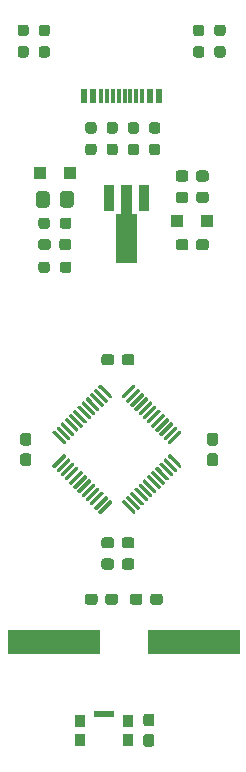
<source format=gtp>
G04 #@! TF.GenerationSoftware,KiCad,Pcbnew,5.1.8+dfsg1-1~bpo10+1*
G04 #@! TF.CreationDate,2020-12-07T14:22:28+08:00*
G04 #@! TF.ProjectId,stm32-io-extend,73746d33-322d-4696-9f2d-657874656e64,rev?*
G04 #@! TF.SameCoordinates,PX7d21b10PY76ffde0*
G04 #@! TF.FileFunction,Paste,Top*
G04 #@! TF.FilePolarity,Positive*
%FSLAX46Y46*%
G04 Gerber Fmt 4.6, Leading zero omitted, Abs format (unit mm)*
G04 Created by KiCad (PCBNEW 5.1.8+dfsg1-1~bpo10+1) date 2020-12-07 14:22:28*
%MOMM*%
%LPD*%
G01*
G04 APERTURE LIST*
%ADD10C,0.100000*%
%ADD11R,0.900000X2.300000*%
%ADD12R,1.000000X1.000000*%
%ADD13R,7.875000X2.000000*%
%ADD14R,1.700000X0.550000*%
%ADD15R,0.900000X1.000000*%
%ADD16R,0.600000X1.160000*%
%ADD17R,0.300000X1.160000*%
G04 APERTURE END LIST*
D10*
G04 #@! TO.C,U1*
G36*
X14833500Y42100000D02*
G01*
X14833500Y46225000D01*
X15250000Y46225000D01*
X15250000Y48700000D01*
X16150000Y48700000D01*
X16150000Y46225000D01*
X16566500Y46225000D01*
X16566500Y42100000D01*
X14833500Y42100000D01*
G37*
D11*
X14200000Y47550000D03*
X17200000Y47550000D03*
G04 #@! TD*
D12*
G04 #@! TO.C,D3*
X20030000Y45610000D03*
X22530000Y45610000D03*
G04 #@! TD*
G04 #@! TO.C,D1*
X10900000Y49650000D03*
X8400000Y49650000D03*
G04 #@! TD*
D13*
G04 #@! TO.C,Y1*
X9562500Y9950000D03*
X21437500Y9950000D03*
G04 #@! TD*
G04 #@! TO.C,U2*
G36*
G01*
X14475736Y21774516D02*
X13538820Y20837600D01*
G75*
G02*
X13432754Y20837600I-53033J53033D01*
G01*
X13326688Y20943666D01*
G75*
G02*
X13326688Y21049732I53033J53033D01*
G01*
X14263604Y21986648D01*
G75*
G02*
X14369670Y21986648I53033J-53033D01*
G01*
X14475736Y21880582D01*
G75*
G02*
X14475736Y21774516I-53033J-53033D01*
G01*
G37*
G36*
G01*
X14122182Y22128070D02*
X13185266Y21191154D01*
G75*
G02*
X13079200Y21191154I-53033J53033D01*
G01*
X12973134Y21297220D01*
G75*
G02*
X12973134Y21403286I53033J53033D01*
G01*
X13910050Y22340202D01*
G75*
G02*
X14016116Y22340202I53033J-53033D01*
G01*
X14122182Y22234136D01*
G75*
G02*
X14122182Y22128070I-53033J-53033D01*
G01*
G37*
G36*
G01*
X13768629Y22481623D02*
X12831713Y21544707D01*
G75*
G02*
X12725647Y21544707I-53033J53033D01*
G01*
X12619581Y21650773D01*
G75*
G02*
X12619581Y21756839I53033J53033D01*
G01*
X13556497Y22693755D01*
G75*
G02*
X13662563Y22693755I53033J-53033D01*
G01*
X13768629Y22587689D01*
G75*
G02*
X13768629Y22481623I-53033J-53033D01*
G01*
G37*
G36*
G01*
X13415075Y22835177D02*
X12478159Y21898261D01*
G75*
G02*
X12372093Y21898261I-53033J53033D01*
G01*
X12266027Y22004327D01*
G75*
G02*
X12266027Y22110393I53033J53033D01*
G01*
X13202943Y23047309D01*
G75*
G02*
X13309009Y23047309I53033J-53033D01*
G01*
X13415075Y22941243D01*
G75*
G02*
X13415075Y22835177I-53033J-53033D01*
G01*
G37*
G36*
G01*
X13061522Y23188730D02*
X12124606Y22251814D01*
G75*
G02*
X12018540Y22251814I-53033J53033D01*
G01*
X11912474Y22357880D01*
G75*
G02*
X11912474Y22463946I53033J53033D01*
G01*
X12849390Y23400862D01*
G75*
G02*
X12955456Y23400862I53033J-53033D01*
G01*
X13061522Y23294796D01*
G75*
G02*
X13061522Y23188730I-53033J-53033D01*
G01*
G37*
G36*
G01*
X12707969Y23542283D02*
X11771053Y22605367D01*
G75*
G02*
X11664987Y22605367I-53033J53033D01*
G01*
X11558921Y22711433D01*
G75*
G02*
X11558921Y22817499I53033J53033D01*
G01*
X12495837Y23754415D01*
G75*
G02*
X12601903Y23754415I53033J-53033D01*
G01*
X12707969Y23648349D01*
G75*
G02*
X12707969Y23542283I-53033J-53033D01*
G01*
G37*
G36*
G01*
X12354415Y23895837D02*
X11417499Y22958921D01*
G75*
G02*
X11311433Y22958921I-53033J53033D01*
G01*
X11205367Y23064987D01*
G75*
G02*
X11205367Y23171053I53033J53033D01*
G01*
X12142283Y24107969D01*
G75*
G02*
X12248349Y24107969I53033J-53033D01*
G01*
X12354415Y24001903D01*
G75*
G02*
X12354415Y23895837I-53033J-53033D01*
G01*
G37*
G36*
G01*
X12000862Y24249390D02*
X11063946Y23312474D01*
G75*
G02*
X10957880Y23312474I-53033J53033D01*
G01*
X10851814Y23418540D01*
G75*
G02*
X10851814Y23524606I53033J53033D01*
G01*
X11788730Y24461522D01*
G75*
G02*
X11894796Y24461522I53033J-53033D01*
G01*
X12000862Y24355456D01*
G75*
G02*
X12000862Y24249390I-53033J-53033D01*
G01*
G37*
G36*
G01*
X11647309Y24602943D02*
X10710393Y23666027D01*
G75*
G02*
X10604327Y23666027I-53033J53033D01*
G01*
X10498261Y23772093D01*
G75*
G02*
X10498261Y23878159I53033J53033D01*
G01*
X11435177Y24815075D01*
G75*
G02*
X11541243Y24815075I53033J-53033D01*
G01*
X11647309Y24709009D01*
G75*
G02*
X11647309Y24602943I-53033J-53033D01*
G01*
G37*
G36*
G01*
X11293755Y24956497D02*
X10356839Y24019581D01*
G75*
G02*
X10250773Y24019581I-53033J53033D01*
G01*
X10144707Y24125647D01*
G75*
G02*
X10144707Y24231713I53033J53033D01*
G01*
X11081623Y25168629D01*
G75*
G02*
X11187689Y25168629I53033J-53033D01*
G01*
X11293755Y25062563D01*
G75*
G02*
X11293755Y24956497I-53033J-53033D01*
G01*
G37*
G36*
G01*
X10940202Y25310050D02*
X10003286Y24373134D01*
G75*
G02*
X9897220Y24373134I-53033J53033D01*
G01*
X9791154Y24479200D01*
G75*
G02*
X9791154Y24585266I53033J53033D01*
G01*
X10728070Y25522182D01*
G75*
G02*
X10834136Y25522182I53033J-53033D01*
G01*
X10940202Y25416116D01*
G75*
G02*
X10940202Y25310050I-53033J-53033D01*
G01*
G37*
G36*
G01*
X10586648Y25663604D02*
X9649732Y24726688D01*
G75*
G02*
X9543666Y24726688I-53033J53033D01*
G01*
X9437600Y24832754D01*
G75*
G02*
X9437600Y24938820I53033J53033D01*
G01*
X10374516Y25875736D01*
G75*
G02*
X10480582Y25875736I53033J-53033D01*
G01*
X10586648Y25769670D01*
G75*
G02*
X10586648Y25663604I-53033J-53033D01*
G01*
G37*
G36*
G01*
X10586648Y26830330D02*
X10480582Y26724264D01*
G75*
G02*
X10374516Y26724264I-53033J53033D01*
G01*
X9437600Y27661180D01*
G75*
G02*
X9437600Y27767246I53033J53033D01*
G01*
X9543666Y27873312D01*
G75*
G02*
X9649732Y27873312I53033J-53033D01*
G01*
X10586648Y26936396D01*
G75*
G02*
X10586648Y26830330I-53033J-53033D01*
G01*
G37*
G36*
G01*
X10940202Y27183884D02*
X10834136Y27077818D01*
G75*
G02*
X10728070Y27077818I-53033J53033D01*
G01*
X9791154Y28014734D01*
G75*
G02*
X9791154Y28120800I53033J53033D01*
G01*
X9897220Y28226866D01*
G75*
G02*
X10003286Y28226866I53033J-53033D01*
G01*
X10940202Y27289950D01*
G75*
G02*
X10940202Y27183884I-53033J-53033D01*
G01*
G37*
G36*
G01*
X11293755Y27537437D02*
X11187689Y27431371D01*
G75*
G02*
X11081623Y27431371I-53033J53033D01*
G01*
X10144707Y28368287D01*
G75*
G02*
X10144707Y28474353I53033J53033D01*
G01*
X10250773Y28580419D01*
G75*
G02*
X10356839Y28580419I53033J-53033D01*
G01*
X11293755Y27643503D01*
G75*
G02*
X11293755Y27537437I-53033J-53033D01*
G01*
G37*
G36*
G01*
X11647309Y27890991D02*
X11541243Y27784925D01*
G75*
G02*
X11435177Y27784925I-53033J53033D01*
G01*
X10498261Y28721841D01*
G75*
G02*
X10498261Y28827907I53033J53033D01*
G01*
X10604327Y28933973D01*
G75*
G02*
X10710393Y28933973I53033J-53033D01*
G01*
X11647309Y27997057D01*
G75*
G02*
X11647309Y27890991I-53033J-53033D01*
G01*
G37*
G36*
G01*
X12000862Y28244544D02*
X11894796Y28138478D01*
G75*
G02*
X11788730Y28138478I-53033J53033D01*
G01*
X10851814Y29075394D01*
G75*
G02*
X10851814Y29181460I53033J53033D01*
G01*
X10957880Y29287526D01*
G75*
G02*
X11063946Y29287526I53033J-53033D01*
G01*
X12000862Y28350610D01*
G75*
G02*
X12000862Y28244544I-53033J-53033D01*
G01*
G37*
G36*
G01*
X12354415Y28598097D02*
X12248349Y28492031D01*
G75*
G02*
X12142283Y28492031I-53033J53033D01*
G01*
X11205367Y29428947D01*
G75*
G02*
X11205367Y29535013I53033J53033D01*
G01*
X11311433Y29641079D01*
G75*
G02*
X11417499Y29641079I53033J-53033D01*
G01*
X12354415Y28704163D01*
G75*
G02*
X12354415Y28598097I-53033J-53033D01*
G01*
G37*
G36*
G01*
X12707969Y28951651D02*
X12601903Y28845585D01*
G75*
G02*
X12495837Y28845585I-53033J53033D01*
G01*
X11558921Y29782501D01*
G75*
G02*
X11558921Y29888567I53033J53033D01*
G01*
X11664987Y29994633D01*
G75*
G02*
X11771053Y29994633I53033J-53033D01*
G01*
X12707969Y29057717D01*
G75*
G02*
X12707969Y28951651I-53033J-53033D01*
G01*
G37*
G36*
G01*
X13061522Y29305204D02*
X12955456Y29199138D01*
G75*
G02*
X12849390Y29199138I-53033J53033D01*
G01*
X11912474Y30136054D01*
G75*
G02*
X11912474Y30242120I53033J53033D01*
G01*
X12018540Y30348186D01*
G75*
G02*
X12124606Y30348186I53033J-53033D01*
G01*
X13061522Y29411270D01*
G75*
G02*
X13061522Y29305204I-53033J-53033D01*
G01*
G37*
G36*
G01*
X13415075Y29658757D02*
X13309009Y29552691D01*
G75*
G02*
X13202943Y29552691I-53033J53033D01*
G01*
X12266027Y30489607D01*
G75*
G02*
X12266027Y30595673I53033J53033D01*
G01*
X12372093Y30701739D01*
G75*
G02*
X12478159Y30701739I53033J-53033D01*
G01*
X13415075Y29764823D01*
G75*
G02*
X13415075Y29658757I-53033J-53033D01*
G01*
G37*
G36*
G01*
X13768629Y30012311D02*
X13662563Y29906245D01*
G75*
G02*
X13556497Y29906245I-53033J53033D01*
G01*
X12619581Y30843161D01*
G75*
G02*
X12619581Y30949227I53033J53033D01*
G01*
X12725647Y31055293D01*
G75*
G02*
X12831713Y31055293I53033J-53033D01*
G01*
X13768629Y30118377D01*
G75*
G02*
X13768629Y30012311I-53033J-53033D01*
G01*
G37*
G36*
G01*
X14122182Y30365864D02*
X14016116Y30259798D01*
G75*
G02*
X13910050Y30259798I-53033J53033D01*
G01*
X12973134Y31196714D01*
G75*
G02*
X12973134Y31302780I53033J53033D01*
G01*
X13079200Y31408846D01*
G75*
G02*
X13185266Y31408846I53033J-53033D01*
G01*
X14122182Y30471930D01*
G75*
G02*
X14122182Y30365864I-53033J-53033D01*
G01*
G37*
G36*
G01*
X14475736Y30719418D02*
X14369670Y30613352D01*
G75*
G02*
X14263604Y30613352I-53033J53033D01*
G01*
X13326688Y31550268D01*
G75*
G02*
X13326688Y31656334I53033J53033D01*
G01*
X13432754Y31762400D01*
G75*
G02*
X13538820Y31762400I53033J-53033D01*
G01*
X14475736Y30825484D01*
G75*
G02*
X14475736Y30719418I-53033J-53033D01*
G01*
G37*
G36*
G01*
X16473312Y31550268D02*
X15536396Y30613352D01*
G75*
G02*
X15430330Y30613352I-53033J53033D01*
G01*
X15324264Y30719418D01*
G75*
G02*
X15324264Y30825484I53033J53033D01*
G01*
X16261180Y31762400D01*
G75*
G02*
X16367246Y31762400I53033J-53033D01*
G01*
X16473312Y31656334D01*
G75*
G02*
X16473312Y31550268I-53033J-53033D01*
G01*
G37*
G36*
G01*
X16826866Y31196714D02*
X15889950Y30259798D01*
G75*
G02*
X15783884Y30259798I-53033J53033D01*
G01*
X15677818Y30365864D01*
G75*
G02*
X15677818Y30471930I53033J53033D01*
G01*
X16614734Y31408846D01*
G75*
G02*
X16720800Y31408846I53033J-53033D01*
G01*
X16826866Y31302780D01*
G75*
G02*
X16826866Y31196714I-53033J-53033D01*
G01*
G37*
G36*
G01*
X17180419Y30843161D02*
X16243503Y29906245D01*
G75*
G02*
X16137437Y29906245I-53033J53033D01*
G01*
X16031371Y30012311D01*
G75*
G02*
X16031371Y30118377I53033J53033D01*
G01*
X16968287Y31055293D01*
G75*
G02*
X17074353Y31055293I53033J-53033D01*
G01*
X17180419Y30949227D01*
G75*
G02*
X17180419Y30843161I-53033J-53033D01*
G01*
G37*
G36*
G01*
X17533973Y30489607D02*
X16597057Y29552691D01*
G75*
G02*
X16490991Y29552691I-53033J53033D01*
G01*
X16384925Y29658757D01*
G75*
G02*
X16384925Y29764823I53033J53033D01*
G01*
X17321841Y30701739D01*
G75*
G02*
X17427907Y30701739I53033J-53033D01*
G01*
X17533973Y30595673D01*
G75*
G02*
X17533973Y30489607I-53033J-53033D01*
G01*
G37*
G36*
G01*
X17887526Y30136054D02*
X16950610Y29199138D01*
G75*
G02*
X16844544Y29199138I-53033J53033D01*
G01*
X16738478Y29305204D01*
G75*
G02*
X16738478Y29411270I53033J53033D01*
G01*
X17675394Y30348186D01*
G75*
G02*
X17781460Y30348186I53033J-53033D01*
G01*
X17887526Y30242120D01*
G75*
G02*
X17887526Y30136054I-53033J-53033D01*
G01*
G37*
G36*
G01*
X18241079Y29782501D02*
X17304163Y28845585D01*
G75*
G02*
X17198097Y28845585I-53033J53033D01*
G01*
X17092031Y28951651D01*
G75*
G02*
X17092031Y29057717I53033J53033D01*
G01*
X18028947Y29994633D01*
G75*
G02*
X18135013Y29994633I53033J-53033D01*
G01*
X18241079Y29888567D01*
G75*
G02*
X18241079Y29782501I-53033J-53033D01*
G01*
G37*
G36*
G01*
X18594633Y29428947D02*
X17657717Y28492031D01*
G75*
G02*
X17551651Y28492031I-53033J53033D01*
G01*
X17445585Y28598097D01*
G75*
G02*
X17445585Y28704163I53033J53033D01*
G01*
X18382501Y29641079D01*
G75*
G02*
X18488567Y29641079I53033J-53033D01*
G01*
X18594633Y29535013D01*
G75*
G02*
X18594633Y29428947I-53033J-53033D01*
G01*
G37*
G36*
G01*
X18948186Y29075394D02*
X18011270Y28138478D01*
G75*
G02*
X17905204Y28138478I-53033J53033D01*
G01*
X17799138Y28244544D01*
G75*
G02*
X17799138Y28350610I53033J53033D01*
G01*
X18736054Y29287526D01*
G75*
G02*
X18842120Y29287526I53033J-53033D01*
G01*
X18948186Y29181460D01*
G75*
G02*
X18948186Y29075394I-53033J-53033D01*
G01*
G37*
G36*
G01*
X19301739Y28721841D02*
X18364823Y27784925D01*
G75*
G02*
X18258757Y27784925I-53033J53033D01*
G01*
X18152691Y27890991D01*
G75*
G02*
X18152691Y27997057I53033J53033D01*
G01*
X19089607Y28933973D01*
G75*
G02*
X19195673Y28933973I53033J-53033D01*
G01*
X19301739Y28827907D01*
G75*
G02*
X19301739Y28721841I-53033J-53033D01*
G01*
G37*
G36*
G01*
X19655293Y28368287D02*
X18718377Y27431371D01*
G75*
G02*
X18612311Y27431371I-53033J53033D01*
G01*
X18506245Y27537437D01*
G75*
G02*
X18506245Y27643503I53033J53033D01*
G01*
X19443161Y28580419D01*
G75*
G02*
X19549227Y28580419I53033J-53033D01*
G01*
X19655293Y28474353D01*
G75*
G02*
X19655293Y28368287I-53033J-53033D01*
G01*
G37*
G36*
G01*
X20008846Y28014734D02*
X19071930Y27077818D01*
G75*
G02*
X18965864Y27077818I-53033J53033D01*
G01*
X18859798Y27183884D01*
G75*
G02*
X18859798Y27289950I53033J53033D01*
G01*
X19796714Y28226866D01*
G75*
G02*
X19902780Y28226866I53033J-53033D01*
G01*
X20008846Y28120800D01*
G75*
G02*
X20008846Y28014734I-53033J-53033D01*
G01*
G37*
G36*
G01*
X20362400Y27661180D02*
X19425484Y26724264D01*
G75*
G02*
X19319418Y26724264I-53033J53033D01*
G01*
X19213352Y26830330D01*
G75*
G02*
X19213352Y26936396I53033J53033D01*
G01*
X20150268Y27873312D01*
G75*
G02*
X20256334Y27873312I53033J-53033D01*
G01*
X20362400Y27767246D01*
G75*
G02*
X20362400Y27661180I-53033J-53033D01*
G01*
G37*
G36*
G01*
X20362400Y24832754D02*
X20256334Y24726688D01*
G75*
G02*
X20150268Y24726688I-53033J53033D01*
G01*
X19213352Y25663604D01*
G75*
G02*
X19213352Y25769670I53033J53033D01*
G01*
X19319418Y25875736D01*
G75*
G02*
X19425484Y25875736I53033J-53033D01*
G01*
X20362400Y24938820D01*
G75*
G02*
X20362400Y24832754I-53033J-53033D01*
G01*
G37*
G36*
G01*
X20008846Y24479200D02*
X19902780Y24373134D01*
G75*
G02*
X19796714Y24373134I-53033J53033D01*
G01*
X18859798Y25310050D01*
G75*
G02*
X18859798Y25416116I53033J53033D01*
G01*
X18965864Y25522182D01*
G75*
G02*
X19071930Y25522182I53033J-53033D01*
G01*
X20008846Y24585266D01*
G75*
G02*
X20008846Y24479200I-53033J-53033D01*
G01*
G37*
G36*
G01*
X19655293Y24125647D02*
X19549227Y24019581D01*
G75*
G02*
X19443161Y24019581I-53033J53033D01*
G01*
X18506245Y24956497D01*
G75*
G02*
X18506245Y25062563I53033J53033D01*
G01*
X18612311Y25168629D01*
G75*
G02*
X18718377Y25168629I53033J-53033D01*
G01*
X19655293Y24231713D01*
G75*
G02*
X19655293Y24125647I-53033J-53033D01*
G01*
G37*
G36*
G01*
X19301739Y23772093D02*
X19195673Y23666027D01*
G75*
G02*
X19089607Y23666027I-53033J53033D01*
G01*
X18152691Y24602943D01*
G75*
G02*
X18152691Y24709009I53033J53033D01*
G01*
X18258757Y24815075D01*
G75*
G02*
X18364823Y24815075I53033J-53033D01*
G01*
X19301739Y23878159D01*
G75*
G02*
X19301739Y23772093I-53033J-53033D01*
G01*
G37*
G36*
G01*
X18948186Y23418540D02*
X18842120Y23312474D01*
G75*
G02*
X18736054Y23312474I-53033J53033D01*
G01*
X17799138Y24249390D01*
G75*
G02*
X17799138Y24355456I53033J53033D01*
G01*
X17905204Y24461522D01*
G75*
G02*
X18011270Y24461522I53033J-53033D01*
G01*
X18948186Y23524606D01*
G75*
G02*
X18948186Y23418540I-53033J-53033D01*
G01*
G37*
G36*
G01*
X18594633Y23064987D02*
X18488567Y22958921D01*
G75*
G02*
X18382501Y22958921I-53033J53033D01*
G01*
X17445585Y23895837D01*
G75*
G02*
X17445585Y24001903I53033J53033D01*
G01*
X17551651Y24107969D01*
G75*
G02*
X17657717Y24107969I53033J-53033D01*
G01*
X18594633Y23171053D01*
G75*
G02*
X18594633Y23064987I-53033J-53033D01*
G01*
G37*
G36*
G01*
X18241079Y22711433D02*
X18135013Y22605367D01*
G75*
G02*
X18028947Y22605367I-53033J53033D01*
G01*
X17092031Y23542283D01*
G75*
G02*
X17092031Y23648349I53033J53033D01*
G01*
X17198097Y23754415D01*
G75*
G02*
X17304163Y23754415I53033J-53033D01*
G01*
X18241079Y22817499D01*
G75*
G02*
X18241079Y22711433I-53033J-53033D01*
G01*
G37*
G36*
G01*
X17887526Y22357880D02*
X17781460Y22251814D01*
G75*
G02*
X17675394Y22251814I-53033J53033D01*
G01*
X16738478Y23188730D01*
G75*
G02*
X16738478Y23294796I53033J53033D01*
G01*
X16844544Y23400862D01*
G75*
G02*
X16950610Y23400862I53033J-53033D01*
G01*
X17887526Y22463946D01*
G75*
G02*
X17887526Y22357880I-53033J-53033D01*
G01*
G37*
G36*
G01*
X17533973Y22004327D02*
X17427907Y21898261D01*
G75*
G02*
X17321841Y21898261I-53033J53033D01*
G01*
X16384925Y22835177D01*
G75*
G02*
X16384925Y22941243I53033J53033D01*
G01*
X16490991Y23047309D01*
G75*
G02*
X16597057Y23047309I53033J-53033D01*
G01*
X17533973Y22110393D01*
G75*
G02*
X17533973Y22004327I-53033J-53033D01*
G01*
G37*
G36*
G01*
X17180419Y21650773D02*
X17074353Y21544707D01*
G75*
G02*
X16968287Y21544707I-53033J53033D01*
G01*
X16031371Y22481623D01*
G75*
G02*
X16031371Y22587689I53033J53033D01*
G01*
X16137437Y22693755D01*
G75*
G02*
X16243503Y22693755I53033J-53033D01*
G01*
X17180419Y21756839D01*
G75*
G02*
X17180419Y21650773I-53033J-53033D01*
G01*
G37*
G36*
G01*
X16826866Y21297220D02*
X16720800Y21191154D01*
G75*
G02*
X16614734Y21191154I-53033J53033D01*
G01*
X15677818Y22128070D01*
G75*
G02*
X15677818Y22234136I53033J53033D01*
G01*
X15783884Y22340202D01*
G75*
G02*
X15889950Y22340202I53033J-53033D01*
G01*
X16826866Y21403286D01*
G75*
G02*
X16826866Y21297220I-53033J-53033D01*
G01*
G37*
G36*
G01*
X16473312Y20943666D02*
X16367246Y20837600D01*
G75*
G02*
X16261180Y20837600I-53033J53033D01*
G01*
X15324264Y21774516D01*
G75*
G02*
X15324264Y21880582I53033J53033D01*
G01*
X15430330Y21986648D01*
G75*
G02*
X15536396Y21986648I53033J-53033D01*
G01*
X16473312Y21049732D01*
G75*
G02*
X16473312Y20943666I-53033J-53033D01*
G01*
G37*
G04 #@! TD*
D14*
G04 #@! TO.C,SW1*
X13800000Y3925000D03*
D15*
X11750000Y3300000D03*
X11750000Y1700000D03*
X15850000Y3300000D03*
X15850000Y1700000D03*
G04 #@! TD*
G04 #@! TO.C,R10*
G36*
G01*
X10075000Y41472500D02*
X10075000Y41947500D01*
G75*
G02*
X10312500Y42185000I237500J0D01*
G01*
X10812500Y42185000D01*
G75*
G02*
X11050000Y41947500I0J-237500D01*
G01*
X11050000Y41472500D01*
G75*
G02*
X10812500Y41235000I-237500J0D01*
G01*
X10312500Y41235000D01*
G75*
G02*
X10075000Y41472500I0J237500D01*
G01*
G37*
G36*
G01*
X8250000Y41472500D02*
X8250000Y41947500D01*
G75*
G02*
X8487500Y42185000I237500J0D01*
G01*
X8987500Y42185000D01*
G75*
G02*
X9225000Y41947500I0J-237500D01*
G01*
X9225000Y41472500D01*
G75*
G02*
X8987500Y41235000I-237500J0D01*
G01*
X8487500Y41235000D01*
G75*
G02*
X8250000Y41472500I0J237500D01*
G01*
G37*
G04 #@! TD*
G04 #@! TO.C,R9*
G36*
G01*
X21582500Y60435000D02*
X22057500Y60435000D01*
G75*
G02*
X22295000Y60197500I0J-237500D01*
G01*
X22295000Y59697500D01*
G75*
G02*
X22057500Y59460000I-237500J0D01*
G01*
X21582500Y59460000D01*
G75*
G02*
X21345000Y59697500I0J237500D01*
G01*
X21345000Y60197500D01*
G75*
G02*
X21582500Y60435000I237500J0D01*
G01*
G37*
G36*
G01*
X21582500Y62260000D02*
X22057500Y62260000D01*
G75*
G02*
X22295000Y62022500I0J-237500D01*
G01*
X22295000Y61522500D01*
G75*
G02*
X22057500Y61285000I-237500J0D01*
G01*
X21582500Y61285000D01*
G75*
G02*
X21345000Y61522500I0J237500D01*
G01*
X21345000Y62022500D01*
G75*
G02*
X21582500Y62260000I237500J0D01*
G01*
G37*
G04 #@! TD*
G04 #@! TO.C,R8*
G36*
G01*
X23382500Y60435000D02*
X23857500Y60435000D01*
G75*
G02*
X24095000Y60197500I0J-237500D01*
G01*
X24095000Y59697500D01*
G75*
G02*
X23857500Y59460000I-237500J0D01*
G01*
X23382500Y59460000D01*
G75*
G02*
X23145000Y59697500I0J237500D01*
G01*
X23145000Y60197500D01*
G75*
G02*
X23382500Y60435000I237500J0D01*
G01*
G37*
G36*
G01*
X23382500Y62260000D02*
X23857500Y62260000D01*
G75*
G02*
X24095000Y62022500I0J-237500D01*
G01*
X24095000Y61522500D01*
G75*
G02*
X23857500Y61285000I-237500J0D01*
G01*
X23382500Y61285000D01*
G75*
G02*
X23145000Y61522500I0J237500D01*
G01*
X23145000Y62022500D01*
G75*
G02*
X23382500Y62260000I237500J0D01*
G01*
G37*
G04 #@! TD*
G04 #@! TO.C,R7*
G36*
G01*
X8997500Y61285000D02*
X8522500Y61285000D01*
G75*
G02*
X8285000Y61522500I0J237500D01*
G01*
X8285000Y62022500D01*
G75*
G02*
X8522500Y62260000I237500J0D01*
G01*
X8997500Y62260000D01*
G75*
G02*
X9235000Y62022500I0J-237500D01*
G01*
X9235000Y61522500D01*
G75*
G02*
X8997500Y61285000I-237500J0D01*
G01*
G37*
G36*
G01*
X8997500Y59460000D02*
X8522500Y59460000D01*
G75*
G02*
X8285000Y59697500I0J237500D01*
G01*
X8285000Y60197500D01*
G75*
G02*
X8522500Y60435000I237500J0D01*
G01*
X8997500Y60435000D01*
G75*
G02*
X9235000Y60197500I0J-237500D01*
G01*
X9235000Y59697500D01*
G75*
G02*
X8997500Y59460000I-237500J0D01*
G01*
G37*
G04 #@! TD*
G04 #@! TO.C,R6*
G36*
G01*
X6722500Y60435000D02*
X7197500Y60435000D01*
G75*
G02*
X7435000Y60197500I0J-237500D01*
G01*
X7435000Y59697500D01*
G75*
G02*
X7197500Y59460000I-237500J0D01*
G01*
X6722500Y59460000D01*
G75*
G02*
X6485000Y59697500I0J237500D01*
G01*
X6485000Y60197500D01*
G75*
G02*
X6722500Y60435000I237500J0D01*
G01*
G37*
G36*
G01*
X6722500Y62260000D02*
X7197500Y62260000D01*
G75*
G02*
X7435000Y62022500I0J-237500D01*
G01*
X7435000Y61522500D01*
G75*
G02*
X7197500Y61285000I-237500J0D01*
G01*
X6722500Y61285000D01*
G75*
G02*
X6485000Y61522500I0J237500D01*
G01*
X6485000Y62022500D01*
G75*
G02*
X6722500Y62260000I237500J0D01*
G01*
G37*
G04 #@! TD*
G04 #@! TO.C,R5*
G36*
G01*
X9225000Y45667500D02*
X9225000Y45192500D01*
G75*
G02*
X8987500Y44955000I-237500J0D01*
G01*
X8487500Y44955000D01*
G75*
G02*
X8250000Y45192500I0J237500D01*
G01*
X8250000Y45667500D01*
G75*
G02*
X8487500Y45905000I237500J0D01*
G01*
X8987500Y45905000D01*
G75*
G02*
X9225000Y45667500I0J-237500D01*
G01*
G37*
G36*
G01*
X11050000Y45667500D02*
X11050000Y45192500D01*
G75*
G02*
X10812500Y44955000I-237500J0D01*
G01*
X10312500Y44955000D01*
G75*
G02*
X10075000Y45192500I0J237500D01*
G01*
X10075000Y45667500D01*
G75*
G02*
X10312500Y45905000I237500J0D01*
G01*
X10812500Y45905000D01*
G75*
G02*
X11050000Y45667500I0J-237500D01*
G01*
G37*
G04 #@! TD*
G04 #@! TO.C,R4*
G36*
G01*
X14737500Y53025000D02*
X14262500Y53025000D01*
G75*
G02*
X14025000Y53262500I0J237500D01*
G01*
X14025000Y53762500D01*
G75*
G02*
X14262500Y54000000I237500J0D01*
G01*
X14737500Y54000000D01*
G75*
G02*
X14975000Y53762500I0J-237500D01*
G01*
X14975000Y53262500D01*
G75*
G02*
X14737500Y53025000I-237500J0D01*
G01*
G37*
G36*
G01*
X14737500Y51200000D02*
X14262500Y51200000D01*
G75*
G02*
X14025000Y51437500I0J237500D01*
G01*
X14025000Y51937500D01*
G75*
G02*
X14262500Y52175000I237500J0D01*
G01*
X14737500Y52175000D01*
G75*
G02*
X14975000Y51937500I0J-237500D01*
G01*
X14975000Y51437500D01*
G75*
G02*
X14737500Y51200000I-237500J0D01*
G01*
G37*
G04 #@! TD*
G04 #@! TO.C,R3*
G36*
G01*
X16537500Y53025000D02*
X16062500Y53025000D01*
G75*
G02*
X15825000Y53262500I0J237500D01*
G01*
X15825000Y53762500D01*
G75*
G02*
X16062500Y54000000I237500J0D01*
G01*
X16537500Y54000000D01*
G75*
G02*
X16775000Y53762500I0J-237500D01*
G01*
X16775000Y53262500D01*
G75*
G02*
X16537500Y53025000I-237500J0D01*
G01*
G37*
G36*
G01*
X16537500Y51200000D02*
X16062500Y51200000D01*
G75*
G02*
X15825000Y51437500I0J237500D01*
G01*
X15825000Y51937500D01*
G75*
G02*
X16062500Y52175000I237500J0D01*
G01*
X16537500Y52175000D01*
G75*
G02*
X16775000Y51937500I0J-237500D01*
G01*
X16775000Y51437500D01*
G75*
G02*
X16537500Y51200000I-237500J0D01*
G01*
G37*
G04 #@! TD*
G04 #@! TO.C,R2*
G36*
G01*
X12462500Y52175000D02*
X12937500Y52175000D01*
G75*
G02*
X13175000Y51937500I0J-237500D01*
G01*
X13175000Y51437500D01*
G75*
G02*
X12937500Y51200000I-237500J0D01*
G01*
X12462500Y51200000D01*
G75*
G02*
X12225000Y51437500I0J237500D01*
G01*
X12225000Y51937500D01*
G75*
G02*
X12462500Y52175000I237500J0D01*
G01*
G37*
G36*
G01*
X12462500Y54000000D02*
X12937500Y54000000D01*
G75*
G02*
X13175000Y53762500I0J-237500D01*
G01*
X13175000Y53262500D01*
G75*
G02*
X12937500Y53025000I-237500J0D01*
G01*
X12462500Y53025000D01*
G75*
G02*
X12225000Y53262500I0J237500D01*
G01*
X12225000Y53762500D01*
G75*
G02*
X12462500Y54000000I237500J0D01*
G01*
G37*
G04 #@! TD*
G04 #@! TO.C,R1*
G36*
G01*
X18337500Y53025000D02*
X17862500Y53025000D01*
G75*
G02*
X17625000Y53262500I0J237500D01*
G01*
X17625000Y53762500D01*
G75*
G02*
X17862500Y54000000I237500J0D01*
G01*
X18337500Y54000000D01*
G75*
G02*
X18575000Y53762500I0J-237500D01*
G01*
X18575000Y53262500D01*
G75*
G02*
X18337500Y53025000I-237500J0D01*
G01*
G37*
G36*
G01*
X18337500Y51200000D02*
X17862500Y51200000D01*
G75*
G02*
X17625000Y51437500I0J237500D01*
G01*
X17625000Y51937500D01*
G75*
G02*
X17862500Y52175000I237500J0D01*
G01*
X18337500Y52175000D01*
G75*
G02*
X18575000Y51937500I0J-237500D01*
G01*
X18575000Y51437500D01*
G75*
G02*
X18337500Y51200000I-237500J0D01*
G01*
G37*
G04 #@! TD*
D16*
G04 #@! TO.C,J1*
X12100000Y56190000D03*
X12900000Y56190000D03*
X12100000Y56190000D03*
X12900000Y56190000D03*
X18500000Y56190000D03*
X18500000Y56190000D03*
X17700000Y56190000D03*
X17700000Y56190000D03*
D17*
X13550000Y56190000D03*
X14550000Y56190000D03*
X14050000Y56190000D03*
X16550000Y56190000D03*
X17050000Y56190000D03*
X15050000Y56190000D03*
X15550000Y56190000D03*
X16050000Y56190000D03*
G04 #@! TD*
G04 #@! TO.C,F1*
G36*
G01*
X9200000Y47900001D02*
X9200000Y46999999D01*
G75*
G02*
X8950001Y46750000I-249999J0D01*
G01*
X8299999Y46750000D01*
G75*
G02*
X8050000Y46999999I0J249999D01*
G01*
X8050000Y47900001D01*
G75*
G02*
X8299999Y48150000I249999J0D01*
G01*
X8950001Y48150000D01*
G75*
G02*
X9200000Y47900001I0J-249999D01*
G01*
G37*
G36*
G01*
X11250000Y47900001D02*
X11250000Y46999999D01*
G75*
G02*
X11000001Y46750000I-249999J0D01*
G01*
X10349999Y46750000D01*
G75*
G02*
X10100000Y46999999I0J249999D01*
G01*
X10100000Y47900001D01*
G75*
G02*
X10349999Y48150000I249999J0D01*
G01*
X11000001Y48150000D01*
G75*
G02*
X11250000Y47900001I0J-249999D01*
G01*
G37*
G04 #@! TD*
G04 #@! TO.C,D2*
G36*
G01*
X9300000Y43877500D02*
X9300000Y43402500D01*
G75*
G02*
X9062500Y43165000I-237500J0D01*
G01*
X8487500Y43165000D01*
G75*
G02*
X8250000Y43402500I0J237500D01*
G01*
X8250000Y43877500D01*
G75*
G02*
X8487500Y44115000I237500J0D01*
G01*
X9062500Y44115000D01*
G75*
G02*
X9300000Y43877500I0J-237500D01*
G01*
G37*
G36*
G01*
X11050000Y43877500D02*
X11050000Y43402500D01*
G75*
G02*
X10812500Y43165000I-237500J0D01*
G01*
X10237500Y43165000D01*
G75*
G02*
X10000000Y43402500I0J237500D01*
G01*
X10000000Y43877500D01*
G75*
G02*
X10237500Y44115000I237500J0D01*
G01*
X10812500Y44115000D01*
G75*
G02*
X11050000Y43877500I0J-237500D01*
G01*
G37*
G04 #@! TD*
G04 #@! TO.C,C11*
G36*
G01*
X22752500Y25955000D02*
X23227500Y25955000D01*
G75*
G02*
X23465000Y25717500I0J-237500D01*
G01*
X23465000Y25117500D01*
G75*
G02*
X23227500Y24880000I-237500J0D01*
G01*
X22752500Y24880000D01*
G75*
G02*
X22515000Y25117500I0J237500D01*
G01*
X22515000Y25717500D01*
G75*
G02*
X22752500Y25955000I237500J0D01*
G01*
G37*
G36*
G01*
X22752500Y27680000D02*
X23227500Y27680000D01*
G75*
G02*
X23465000Y27442500I0J-237500D01*
G01*
X23465000Y26842500D01*
G75*
G02*
X23227500Y26605000I-237500J0D01*
G01*
X22752500Y26605000D01*
G75*
G02*
X22515000Y26842500I0J237500D01*
G01*
X22515000Y27442500D01*
G75*
G02*
X22752500Y27680000I237500J0D01*
G01*
G37*
G04 #@! TD*
G04 #@! TO.C,C10*
G36*
G01*
X7427500Y26605000D02*
X6952500Y26605000D01*
G75*
G02*
X6715000Y26842500I0J237500D01*
G01*
X6715000Y27442500D01*
G75*
G02*
X6952500Y27680000I237500J0D01*
G01*
X7427500Y27680000D01*
G75*
G02*
X7665000Y27442500I0J-237500D01*
G01*
X7665000Y26842500D01*
G75*
G02*
X7427500Y26605000I-237500J0D01*
G01*
G37*
G36*
G01*
X7427500Y24880000D02*
X6952500Y24880000D01*
G75*
G02*
X6715000Y25117500I0J237500D01*
G01*
X6715000Y25717500D01*
G75*
G02*
X6952500Y25955000I237500J0D01*
G01*
X7427500Y25955000D01*
G75*
G02*
X7665000Y25717500I0J-237500D01*
G01*
X7665000Y25117500D01*
G75*
G02*
X7427500Y24880000I-237500J0D01*
G01*
G37*
G04 #@! TD*
G04 #@! TO.C,C9*
G36*
G01*
X15315000Y33642500D02*
X15315000Y34117500D01*
G75*
G02*
X15552500Y34355000I237500J0D01*
G01*
X16152500Y34355000D01*
G75*
G02*
X16390000Y34117500I0J-237500D01*
G01*
X16390000Y33642500D01*
G75*
G02*
X16152500Y33405000I-237500J0D01*
G01*
X15552500Y33405000D01*
G75*
G02*
X15315000Y33642500I0J237500D01*
G01*
G37*
G36*
G01*
X13590000Y33642500D02*
X13590000Y34117500D01*
G75*
G02*
X13827500Y34355000I237500J0D01*
G01*
X14427500Y34355000D01*
G75*
G02*
X14665000Y34117500I0J-237500D01*
G01*
X14665000Y33642500D01*
G75*
G02*
X14427500Y33405000I-237500J0D01*
G01*
X13827500Y33405000D01*
G75*
G02*
X13590000Y33642500I0J237500D01*
G01*
G37*
G04 #@! TD*
G04 #@! TO.C,C8*
G36*
G01*
X14665000Y18617500D02*
X14665000Y18142500D01*
G75*
G02*
X14427500Y17905000I-237500J0D01*
G01*
X13827500Y17905000D01*
G75*
G02*
X13590000Y18142500I0J237500D01*
G01*
X13590000Y18617500D01*
G75*
G02*
X13827500Y18855000I237500J0D01*
G01*
X14427500Y18855000D01*
G75*
G02*
X14665000Y18617500I0J-237500D01*
G01*
G37*
G36*
G01*
X16390000Y18617500D02*
X16390000Y18142500D01*
G75*
G02*
X16152500Y17905000I-237500J0D01*
G01*
X15552500Y17905000D01*
G75*
G02*
X15315000Y18142500I0J237500D01*
G01*
X15315000Y18617500D01*
G75*
G02*
X15552500Y18855000I237500J0D01*
G01*
X16152500Y18855000D01*
G75*
G02*
X16390000Y18617500I0J-237500D01*
G01*
G37*
G04 #@! TD*
G04 #@! TO.C,C7*
G36*
G01*
X14665000Y16817500D02*
X14665000Y16342500D01*
G75*
G02*
X14427500Y16105000I-237500J0D01*
G01*
X13827500Y16105000D01*
G75*
G02*
X13590000Y16342500I0J237500D01*
G01*
X13590000Y16817500D01*
G75*
G02*
X13827500Y17055000I237500J0D01*
G01*
X14427500Y17055000D01*
G75*
G02*
X14665000Y16817500I0J-237500D01*
G01*
G37*
G36*
G01*
X16390000Y16817500D02*
X16390000Y16342500D01*
G75*
G02*
X16152500Y16105000I-237500J0D01*
G01*
X15552500Y16105000D01*
G75*
G02*
X15315000Y16342500I0J237500D01*
G01*
X15315000Y16817500D01*
G75*
G02*
X15552500Y17055000I237500J0D01*
G01*
X16152500Y17055000D01*
G75*
G02*
X16390000Y16817500I0J-237500D01*
G01*
G37*
G04 #@! TD*
G04 #@! TO.C,C6*
G36*
G01*
X13265000Y13837500D02*
X13265000Y13362500D01*
G75*
G02*
X13027500Y13125000I-237500J0D01*
G01*
X12427500Y13125000D01*
G75*
G02*
X12190000Y13362500I0J237500D01*
G01*
X12190000Y13837500D01*
G75*
G02*
X12427500Y14075000I237500J0D01*
G01*
X13027500Y14075000D01*
G75*
G02*
X13265000Y13837500I0J-237500D01*
G01*
G37*
G36*
G01*
X14990000Y13837500D02*
X14990000Y13362500D01*
G75*
G02*
X14752500Y13125000I-237500J0D01*
G01*
X14152500Y13125000D01*
G75*
G02*
X13915000Y13362500I0J237500D01*
G01*
X13915000Y13837500D01*
G75*
G02*
X14152500Y14075000I237500J0D01*
G01*
X14752500Y14075000D01*
G75*
G02*
X14990000Y13837500I0J-237500D01*
G01*
G37*
G04 #@! TD*
G04 #@! TO.C,C5*
G36*
G01*
X17715000Y13362500D02*
X17715000Y13837500D01*
G75*
G02*
X17952500Y14075000I237500J0D01*
G01*
X18552500Y14075000D01*
G75*
G02*
X18790000Y13837500I0J-237500D01*
G01*
X18790000Y13362500D01*
G75*
G02*
X18552500Y13125000I-237500J0D01*
G01*
X17952500Y13125000D01*
G75*
G02*
X17715000Y13362500I0J237500D01*
G01*
G37*
G36*
G01*
X15990000Y13362500D02*
X15990000Y13837500D01*
G75*
G02*
X16227500Y14075000I237500J0D01*
G01*
X16827500Y14075000D01*
G75*
G02*
X17065000Y13837500I0J-237500D01*
G01*
X17065000Y13362500D01*
G75*
G02*
X16827500Y13125000I-237500J0D01*
G01*
X16227500Y13125000D01*
G75*
G02*
X15990000Y13362500I0J237500D01*
G01*
G37*
G04 #@! TD*
G04 #@! TO.C,C4*
G36*
G01*
X17362500Y2187000D02*
X17837500Y2187000D01*
G75*
G02*
X18075000Y1949500I0J-237500D01*
G01*
X18075000Y1349500D01*
G75*
G02*
X17837500Y1112000I-237500J0D01*
G01*
X17362500Y1112000D01*
G75*
G02*
X17125000Y1349500I0J237500D01*
G01*
X17125000Y1949500D01*
G75*
G02*
X17362500Y2187000I237500J0D01*
G01*
G37*
G36*
G01*
X17362500Y3912000D02*
X17837500Y3912000D01*
G75*
G02*
X18075000Y3674500I0J-237500D01*
G01*
X18075000Y3074500D01*
G75*
G02*
X17837500Y2837000I-237500J0D01*
G01*
X17362500Y2837000D01*
G75*
G02*
X17125000Y3074500I0J237500D01*
G01*
X17125000Y3674500D01*
G75*
G02*
X17362500Y3912000I237500J0D01*
G01*
G37*
G04 #@! TD*
G04 #@! TO.C,C3*
G36*
G01*
X21605000Y49192500D02*
X21605000Y49667500D01*
G75*
G02*
X21842500Y49905000I237500J0D01*
G01*
X22442500Y49905000D01*
G75*
G02*
X22680000Y49667500I0J-237500D01*
G01*
X22680000Y49192500D01*
G75*
G02*
X22442500Y48955000I-237500J0D01*
G01*
X21842500Y48955000D01*
G75*
G02*
X21605000Y49192500I0J237500D01*
G01*
G37*
G36*
G01*
X19880000Y49192500D02*
X19880000Y49667500D01*
G75*
G02*
X20117500Y49905000I237500J0D01*
G01*
X20717500Y49905000D01*
G75*
G02*
X20955000Y49667500I0J-237500D01*
G01*
X20955000Y49192500D01*
G75*
G02*
X20717500Y48955000I-237500J0D01*
G01*
X20117500Y48955000D01*
G75*
G02*
X19880000Y49192500I0J237500D01*
G01*
G37*
G04 #@! TD*
G04 #@! TO.C,C2*
G36*
G01*
X21605000Y47392500D02*
X21605000Y47867500D01*
G75*
G02*
X21842500Y48105000I237500J0D01*
G01*
X22442500Y48105000D01*
G75*
G02*
X22680000Y47867500I0J-237500D01*
G01*
X22680000Y47392500D01*
G75*
G02*
X22442500Y47155000I-237500J0D01*
G01*
X21842500Y47155000D01*
G75*
G02*
X21605000Y47392500I0J237500D01*
G01*
G37*
G36*
G01*
X19880000Y47392500D02*
X19880000Y47867500D01*
G75*
G02*
X20117500Y48105000I237500J0D01*
G01*
X20717500Y48105000D01*
G75*
G02*
X20955000Y47867500I0J-237500D01*
G01*
X20955000Y47392500D01*
G75*
G02*
X20717500Y47155000I-237500J0D01*
G01*
X20117500Y47155000D01*
G75*
G02*
X19880000Y47392500I0J237500D01*
G01*
G37*
G04 #@! TD*
G04 #@! TO.C,C1*
G36*
G01*
X20955000Y43857500D02*
X20955000Y43382500D01*
G75*
G02*
X20717500Y43145000I-237500J0D01*
G01*
X20117500Y43145000D01*
G75*
G02*
X19880000Y43382500I0J237500D01*
G01*
X19880000Y43857500D01*
G75*
G02*
X20117500Y44095000I237500J0D01*
G01*
X20717500Y44095000D01*
G75*
G02*
X20955000Y43857500I0J-237500D01*
G01*
G37*
G36*
G01*
X22680000Y43857500D02*
X22680000Y43382500D01*
G75*
G02*
X22442500Y43145000I-237500J0D01*
G01*
X21842500Y43145000D01*
G75*
G02*
X21605000Y43382500I0J237500D01*
G01*
X21605000Y43857500D01*
G75*
G02*
X21842500Y44095000I237500J0D01*
G01*
X22442500Y44095000D01*
G75*
G02*
X22680000Y43857500I0J-237500D01*
G01*
G37*
G04 #@! TD*
M02*

</source>
